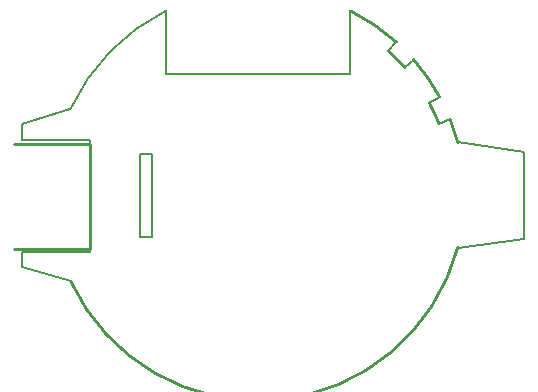
<source format=gko>
G04 Layer: BoardOutlineLayer*
G04 Panelize: , Column: 1, Row: 1, Board Size: 43.14mm x 33.02mm, Panelized Board Size: 43.14mm x 33.02mm*
G04 EasyEDA v6.5.47, 2024-10-29 22:54:22*
G04 42380360e6cd4aec933f52dd5ad820ca,9a4ed40c0dd746429eaf55b84663d2fb,10*
G04 Gerber Generator version 0.2*
G04 Scale: 100 percent, Rotated: No, Reflected: No *
G04 Dimensions in millimeters *
G04 leading zeros omitted , absolute positions ,4 integer and 5 decimal *
%FSLAX45Y45*%
%MOMM*%

%ADD10C,0.2032*%
%ADD11C,0.2030*%
%ADD12C,0.2134*%
%ADD13C,0.2540*%
%ADD14C,0.0254*%
D10*
X1987374Y305175D02*
G01*
X2546858Y374904D01*
X1077005Y1773918D02*
G01*
X1077005Y2308915D01*
X1467980Y2044423D02*
G01*
X1400997Y1970095D01*
X1613722Y1896602D02*
G01*
X1538996Y1830296D01*
X1834926Y1578924D02*
G01*
X1746897Y1532097D01*
X1922978Y1390954D02*
G01*
X1830595Y1352997D01*
X1986869Y1196040D02*
G01*
X2546858Y1113028D01*
X-1291503Y1481693D02*
G01*
X-1702625Y1348183D01*
X-1289984Y19512D02*
G01*
X-1702988Y140670D01*
D11*
X-1702983Y269999D02*
G01*
X-1702983Y140670D01*
X-1126319Y269999D02*
G01*
X-1702983Y269999D01*
X-1126319Y1214996D02*
G01*
X-1126319Y269999D01*
X-1702625Y1214996D02*
G01*
X-1126319Y1214996D01*
X-1702625Y1348183D02*
G01*
X-1702625Y1214996D01*
D10*
X2547002Y373898D02*
G01*
X2547002Y1113896D01*
X-702995Y393920D02*
G01*
X-702995Y1093919D01*
X-602995Y393920D02*
G01*
X-702995Y393920D01*
X-602995Y1093919D02*
G01*
X-702995Y1093919D01*
X-602995Y393920D02*
G01*
X-602995Y1093919D01*
X-482991Y1773918D02*
G01*
X1077005Y1773918D01*
X-482991Y1773918D02*
G01*
X-482991Y2308915D01*
G75*
G01*
X-482765Y2310587D02*
G03*
X-1289025Y1483502I779777J-1566664D01*
D12*
G75*
G01*
X1987367Y1196833D02*
G03*
X1922978Y1390955I-1690364J-452943D01*
G75*
G01*
X1830065Y1353977D02*
G03*
X1747045Y1531209I-1533069J-610071D01*
G75*
G01*
X1834926Y1578925D02*
G03*
X1613723Y1896603I-1537926J-835027D01*
G75*
G01*
X1467980Y2044423D02*
G03*
X1078309Y2309825I-1170977J-1300500D01*
G75*
G01*
X1538481Y1830733D02*
G03*
X1401064Y1970085I-1241495J-1086821D01*
G75*
G01*
X-1289050Y18542D02*
G03*
X1987352Y305189I1586035J739580D01*
D13*
X-1125402Y1186149D02*
G01*
X-1766971Y1186149D01*
X-1126916Y296263D02*
G01*
X-1766971Y296263D01*
X-1125049Y296151D02*
G01*
X-1125049Y1186149D01*
D14*
X-702995Y1093919D02*
G01*
X-602995Y1093919D01*
X-602995Y1093919D02*
G01*
X-602995Y393920D01*
X-602995Y393920D02*
G01*
X-702995Y393920D01*
X-702995Y393920D02*
G01*
X-702995Y1093919D01*
X-702995Y1093919D02*
G01*
X-702995Y1093919D01*

%LPD*%
M02*

</source>
